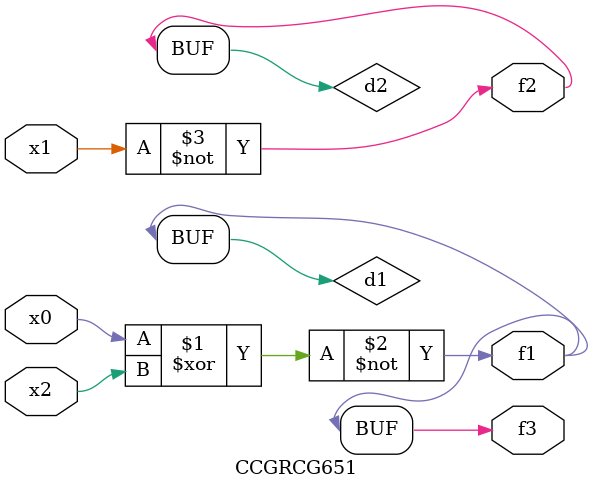
<source format=v>
module CCGRCG651(
	input x0, x1, x2,
	output f1, f2, f3
);

	wire d1, d2, d3;

	xnor (d1, x0, x2);
	nand (d2, x1);
	nor (d3, x1, x2);
	assign f1 = d1;
	assign f2 = d2;
	assign f3 = d1;
endmodule

</source>
